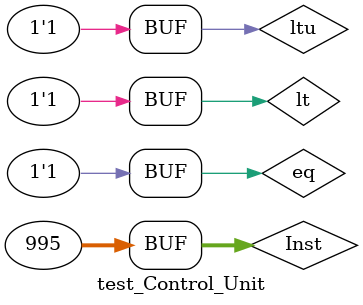
<source format=v>
module Control_Unit(Inst , kill_IF , PC_src , ALU_srcA , ALU_srcB , ALU_OP , mem_wr , reg_wr , wr_reg , wr_data_reg_src, hlt , eq, lt, ltu);

input [31:0] Inst;
input eq, lt, ltu;



// registers to save the Instruction main parts (I can use concatination and indexing but this is 
// easier and readable)
reg [6:0] opcode;
reg [2:0] func3;
reg [6:0] func7;
// control signals
output reg ALU_srcA, reg_wr, mem_wr, kill_IF, wr_reg, hlt = 1'b0;
output reg [1:0] PC_src, wr_data_reg_src;
output reg [2:0] ALU_srcB;
output reg [2:0] ALU_OP;


always@ (*) begin

opcode = Inst[6:0];
func3 = Inst[9:7];
func7 = Inst[16:10];
case (opcode)

    7'b0010011: // arithmetic (I-format)
    begin
    PC_src = 2'b00; 
    wr_data_reg_src = 2'b10;
    wr_reg = 1'b1;
    mem_wr = 1'b0;
    reg_wr = 1'b1;
    kill_IF = 1'b0;
    ALU_srcA = 1'b0;
        case (func3)
            3'd0: 
            begin
            ALU_srcB = 3'd3;
            ALU_OP = 3'd0;
            end
            3'd1:        
            begin
            ALU_srcB = 3'd2;
            ALU_OP = 3'd5;
            end
            3'd2:
            begin
            ALU_srcB = 3'b000;
            ALU_OP = 3'b000;
            wr_data_reg_src = 2'b00;
            end
            3'd3:        
            begin
            ALU_srcB = 3'b000;
            ALU_OP = 3'b000;
            wr_data_reg_src = 2'b00;
            end
            3'd4:        
            begin
            ALU_srcB = 3'd3;
            ALU_OP = 3'd4;
            end
            3'd5:        
            begin
            ALU_srcB = 3'd2;
            ALU_OP = 3'd6;
            end
            3'd6:        
            begin
            ALU_srcB = 3'd3;
            ALU_OP = 3'd3;
            end
            3'd7:        
            begin
            ALU_srcB = 3'd3;
            ALU_OP = 3'd2;
            end
        endcase
    end
    7'b0110011: // arithmetic (R-format)
    begin
    PC_src = 2'b00; 
    wr_data_reg_src = 2'b10;
    wr_reg = 1'b1;
    mem_wr = 1'b0;
    reg_wr = 1'b1;
    kill_IF = 1'b0;
    ALU_srcA = 1'b0;
    ALU_srcB = 3'd4;
        case (func3)
            3'd0: ALU_OP = { 2'b00 , func7[6] };
            3'd1: ALU_OP = 3'd5;
            3'd2: begin
            ALU_OP = 3'b000; 
            wr_data_reg_src = 2'b00;
            end
            3'd3: begin
            ALU_OP = 3'b000; 
            wr_data_reg_src = 2'b00; 
            end
            3'd4: ALU_OP = 3'd4;
            3'd5: ALU_OP = 3'd6;
            3'd6: ALU_OP = 3'd3;
            3'd7: ALU_OP = 3'd2;
        endcase
    end
    7'b0110111: // LUI
    begin
    PC_src = 2'd0; 
    kill_IF = 1'd0;
    ALU_srcA = 1'd1;
    ALU_srcB = 3'd0;
    ALU_OP = 3'd0;
    mem_wr = 1'd0;
    reg_wr = 1'd1;
    wr_reg = 1'd1;
    wr_data_reg_src = 2'd2;
    end
    7'b0000011: // load inst
    begin
    PC_src = 2'd0; 
    kill_IF = 1'd0;
    ALU_srcA = 1'd0;
    ALU_srcB = 3'd3;
    ALU_OP = 3'd0;
    mem_wr = 1'd0;
    reg_wr = 1'd1;
    wr_reg = 1'd1;
    wr_data_reg_src = 2'd3;
    end
    7'b0100011: // store inst
    begin
    PC_src = 2'd0; 
    kill_IF = 1'd0;
    ALU_srcA = 1'd0;
    ALU_srcB = 3'd1;
    ALU_OP = 3'd0;
    mem_wr = 1'd1;
    reg_wr = 1'd0;
    wr_reg = 1'd1;
    wr_data_reg_src = 2'd2;
    end
    7'b1100011: // branch Instructions
    begin
    kill_IF = 1'd0;
    ALU_srcA = 1'd0;
    ALU_srcB = 3'd0;
    ALU_OP = 3'd0;
    mem_wr = 1'd0;
    reg_wr = 1'd0;
    wr_reg = 1'd0;
    wr_data_reg_src = 2'd2;
        case (func3)
            3'd0: PC_src = (eq) ? 2'd1 : 2'd0;
            3'd1: PC_src = (!eq) ? 2'd1 : 2'd0;
            3'd4: PC_src = (lt) ? 2'd1 : 2'd0;
            3'd5: PC_src = (!lt) ? 2'd1 : 2'd0;
            3'd6: PC_src = (ltu) ? 2'd1 : 2'd0;
            3'd7: PC_src = (!ltu) ? 2'd1 : 2'd0;
        endcase
    end
    7'b1100111: // j
    begin
    kill_IF = 1'd0;
    ALU_srcA = 1'd0;
    ALU_srcB = 3'd0;
    ALU_OP = 3'd0;
    mem_wr = 1'd0;
    reg_wr = 1'd0;
    wr_reg = 1'd0;
    wr_data_reg_src = 2'd0;
    PC_src = 2'd2;
    end
    7'b1101111: // jal
    begin
    PC_src = 2'd2; 
    kill_IF = 1'd0;
    ALU_srcA = 1'd0;
    ALU_srcB = 3'd0;
    ALU_OP = 3'd0;
    mem_wr = 1'd0;
    reg_wr = 1'd1;
    wr_reg = 1'd0;
    wr_data_reg_src = 2'd1;
    end
    7'b1101011: // jalr
    begin
    PC_src = 2'd3; 
    kill_IF = 1'd0;
    ALU_srcA = 1'd0;
    ALU_srcB = 3'd3;
    ALU_OP = 3'd0;
    mem_wr = 1'd0;
    reg_wr = 1'd1;
    wr_reg = 1'd1;
    wr_data_reg_src = 2'd1;
    end
    7'b1111111: // hlt
      begin
        hlt = 1'b1;
        mem_wr = 1'd0;
        reg_wr = 1'd0;
      end
      
    
endcase

  if(opcode == 0) begin
    
    kill_IF = 1'b0; ALU_srcA = 1'b0; reg_wr = 1'b0; mem_wr = 1'b0; wr_reg = 1'b0;
    PC_src = 2'b00; wr_data_reg_src = 2'b00;
    ALU_srcB = 3'b000; ALU_OP = 3'b000;
    
  end

else begin
// for debugging
// $display("");
// $display("%b %b %b %b %b %b %b %b %b , %b",kill_IF , PC_src , ALU_srcA , ALU_srcB , ALU_OP , mem_wr , reg_wr , wr_reg , wr_data_reg_src,Signals);
end
end
endmodule
  

module test_Control_Unit;

reg [31:0] Inst;
reg eq, lt, ltu;

wire kill_IF, ALU_srcA, mem_wr , reg_wr , wr_reg, hlt; 
wire [1:0] wr_data_reg_src, PC_src;
wire [2:0] ALU_srcB, ALU_OP;
Control_Unit control_unit(Inst , kill_IF , PC_src , ALU_srcA , ALU_srcB , ALU_OP , mem_wr , reg_wr , wr_reg , wr_data_reg_src, hlt , eq, lt, ltu);

initial begin
  $dumpfile("dump.vcd");
  $dumpvars;
  $monitor("kill_IF = %b , PC_src = %b , ALU_srcA = %b , ALu_srcB = %b , ALU_OP = %b , mem_wr = %b, reg_wr = %b , wr_reg = %b , wr_data_reg_src = %b , eq = %b, lt = %b, ltu = %b",kill_IF , PC_src , ALU_srcA , ALU_srcB , ALU_OP , mem_wr , reg_wr , wr_reg , wr_data_reg_src,eq,lt,ltu);

  
  
  eq = 0; lt = 0; ltu = 0;
  $display("I-format Instructions"); // immediate instructions
Inst = 32'b000000000000000000000000; #1;
Inst = 32'b000000000000000000010011; #1;
Inst = 32'b000000000000000010010011; #1;
Inst = 32'b000000000000000100010011; #1;
Inst = 32'b000000000000000110010011; #1;
Inst = 32'b000000000000001000010011; #1;
Inst = 32'b000000000000001010010011; #1;
Inst = 32'b000000000000001100010011; #1;
Inst = 32'b000000000000001110010011; #1;

  $display("R-format Instructions"); // r-type instructions
Inst = 32'b00000000000000000000000000110011; #1;
Inst = 32'b00000000000000010000000000110011; #1;
Inst = 32'b00000000000000000000000010110011; #1;
Inst = 32'b00000000000000000000000100110011; #1;
Inst = 32'b00000000000000000000000110110011; #1;
Inst = 32'b00000000000000000000001000110011; #1;
Inst = 32'b00000000000000000000001010110011; #1;
Inst = 32'b00000000000000000000001100110011; #1;
Inst = 32'b00000000000000000000001110110011; #1;

  $display("LUI Instruction"); // lui
Inst = 32'b00000000000000000000000000110111; #1;

  $display("Load Instruction"); // load
Inst = 32'b00000000000000000000000100000011; #1;

  $display("store Instruction");// store
Inst = 32'b00000000000000000000000100100011; #1;

  $display("jump Instruction");// jump
Inst = 32'b00000000000000000000000001100111; #1;

  $display("jal Instruction");// jal
Inst = 32'b00000000000000000000000001101111; #1;

  $display("jalr Instruction");// jalr
Inst = 32'b00000000000000000000000001101011; #1;


$display("Branches INST : ");
Inst = 32'b00000000000000000000000001100011; eq = 0; #1;
Inst = 32'b00000000000000000000000001100011; eq = 1; #1;
Inst = 32'b00000000000000000000000011100011; eq = 0; #1;
Inst = 32'b00000000000000000000000011100011; eq = 1; #1;
Inst = 32'b00000000000000000000001001100011; lt = 0; #1;
Inst = 32'b00000000000000000000001001100011; lt = 1; #1;
Inst = 32'b00000000000000000000001011100011; lt = 0; #1;
Inst = 32'b00000000000000000000001011100011; lt = 1; #1;
Inst = 32'b00000000000000000000001101100011; ltu = 0; #1;
Inst = 32'b00000000000000000000001101100011; ltu = 1; #1;
Inst = 32'b00000000000000000000001111100011; ltu = 0; #1;
Inst = 32'b00000000000000000000001111100011; ltu = 1; #1;



end
endmodule
  

</source>
